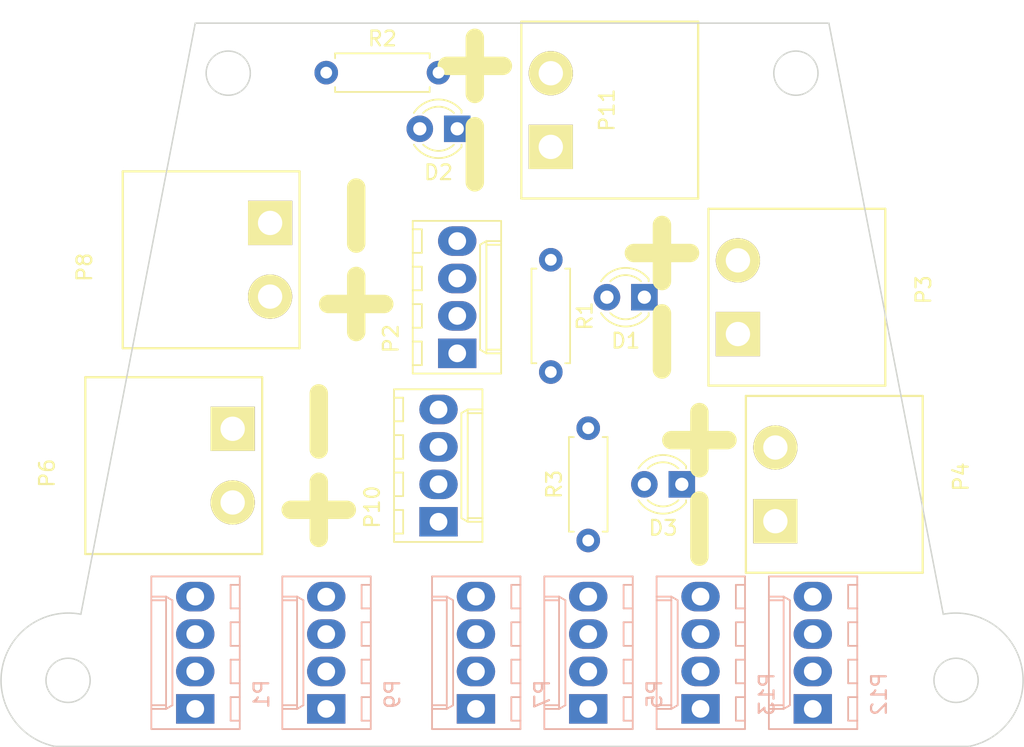
<source format=kicad_pcb>
(kicad_pcb (version 4) (host pcbnew 4.0.2-stable)

  (general
    (links 31)
    (no_connects 31)
    (area 113.74941 80.408997 183.252791 129.598203)
    (thickness 1.6)
    (drawings 10)
    (tracks 0)
    (zones 0)
    (modules 19)
    (nets 24)
  )

  (page A4)
  (layers
    (0 F.Cu signal)
    (31 B.Cu signal)
    (32 B.Adhes user)
    (33 F.Adhes user)
    (34 B.Paste user)
    (35 F.Paste user)
    (36 B.SilkS user)
    (37 F.SilkS user)
    (38 B.Mask user)
    (39 F.Mask user)
    (40 Dwgs.User user)
    (41 Cmts.User user)
    (42 Eco1.User user)
    (43 Eco2.User user)
    (44 Edge.Cuts user)
    (45 Margin user)
    (46 B.CrtYd user)
    (47 F.CrtYd user)
    (48 B.Fab user)
    (49 F.Fab user)
  )

  (setup
    (last_trace_width 0.25)
    (trace_clearance 0.2)
    (zone_clearance 0.508)
    (zone_45_only no)
    (trace_min 0.2)
    (segment_width 0.2)
    (edge_width 0.15)
    (via_size 0.6)
    (via_drill 0.4)
    (via_min_size 0.4)
    (via_min_drill 0.3)
    (uvia_size 0.3)
    (uvia_drill 0.1)
    (uvias_allowed no)
    (uvia_min_size 0.2)
    (uvia_min_drill 0.1)
    (pcb_text_width 0.3)
    (pcb_text_size 1.5 1.5)
    (mod_edge_width 0.15)
    (mod_text_size 1 1)
    (mod_text_width 0.15)
    (pad_size 1.524 1.524)
    (pad_drill 0.762)
    (pad_to_mask_clearance 0.2)
    (aux_axis_origin 0 0)
    (visible_elements 7FFFFFFF)
    (pcbplotparams
      (layerselection 0x00030_80000001)
      (usegerberextensions false)
      (excludeedgelayer true)
      (linewidth 0.100000)
      (plotframeref false)
      (viasonmask false)
      (mode 1)
      (useauxorigin false)
      (hpglpennumber 1)
      (hpglpenspeed 20)
      (hpglpendiameter 15)
      (hpglpenoverlay 2)
      (psnegative false)
      (psa4output false)
      (plotreference true)
      (plotvalue true)
      (plotinvisibletext false)
      (padsonsilk false)
      (subtractmaskfromsilk false)
      (outputformat 1)
      (mirror false)
      (drillshape 1)
      (scaleselection 1)
      (outputdirectory ""))
  )

  (net 0 "")
  (net 1 "Net-(D1-Pad1)")
  (net 2 "Net-(D1-Pad2)")
  (net 3 "Net-(D2-Pad1)")
  (net 4 "Net-(D2-Pad2)")
  (net 5 "Net-(P1-Pad1)")
  (net 6 "Net-(P1-Pad2)")
  (net 7 "Net-(P1-Pad3)")
  (net 8 "Net-(P1-Pad4)")
  (net 9 "Net-(P3-Pad2)")
  (net 10 "Net-(P5-Pad1)")
  (net 11 "Net-(P5-Pad2)")
  (net 12 "Net-(P5-Pad3)")
  (net 13 "Net-(P5-Pad4)")
  (net 14 "Net-(P11-Pad2)")
  (net 15 "Net-(P10-Pad1)")
  (net 16 "Net-(P10-Pad2)")
  (net 17 "Net-(P10-Pad3)")
  (net 18 "Net-(P10-Pad4)")
  (net 19 "Net-(P12-Pad1)")
  (net 20 "Net-(P12-Pad2)")
  (net 21 "Net-(P12-Pad3)")
  (net 22 "Net-(P12-Pad4)")
  (net 23 "Net-(D3-Pad2)")

  (net_class Default "This is the default net class."
    (clearance 0.2)
    (trace_width 0.25)
    (via_dia 0.6)
    (via_drill 0.4)
    (uvia_dia 0.3)
    (uvia_drill 0.1)
    (add_net "Net-(D1-Pad1)")
    (add_net "Net-(D1-Pad2)")
    (add_net "Net-(D2-Pad1)")
    (add_net "Net-(D2-Pad2)")
    (add_net "Net-(D3-Pad2)")
    (add_net "Net-(P1-Pad1)")
    (add_net "Net-(P1-Pad2)")
    (add_net "Net-(P1-Pad3)")
    (add_net "Net-(P1-Pad4)")
    (add_net "Net-(P10-Pad1)")
    (add_net "Net-(P10-Pad2)")
    (add_net "Net-(P10-Pad3)")
    (add_net "Net-(P10-Pad4)")
    (add_net "Net-(P11-Pad2)")
    (add_net "Net-(P12-Pad1)")
    (add_net "Net-(P12-Pad2)")
    (add_net "Net-(P12-Pad3)")
    (add_net "Net-(P12-Pad4)")
    (add_net "Net-(P3-Pad2)")
    (add_net "Net-(P5-Pad1)")
    (add_net "Net-(P5-Pad2)")
    (add_net "Net-(P5-Pad3)")
    (add_net "Net-(P5-Pad4)")
  )

  (module LEDs:LED_D3.0mm (layer F.Cu) (tedit 587A3A7B) (tstamp 59E09880)
    (at 157.48 99.06 180)
    (descr "LED, diameter 3.0mm, 2 pins")
    (tags "LED diameter 3.0mm 2 pins")
    (path /59E0909A)
    (fp_text reference D1 (at 1.27 -2.96 180) (layer F.SilkS)
      (effects (font (size 1 1) (thickness 0.15)))
    )
    (fp_text value LED (at 1.27 2.96 180) (layer F.Fab)
      (effects (font (size 1 1) (thickness 0.15)))
    )
    (fp_arc (start 1.27 0) (end -0.23 -1.16619) (angle 284.3) (layer F.Fab) (width 0.1))
    (fp_arc (start 1.27 0) (end -0.29 -1.235516) (angle 108.8) (layer F.SilkS) (width 0.12))
    (fp_arc (start 1.27 0) (end -0.29 1.235516) (angle -108.8) (layer F.SilkS) (width 0.12))
    (fp_arc (start 1.27 0) (end 0.229039 -1.08) (angle 87.9) (layer F.SilkS) (width 0.12))
    (fp_arc (start 1.27 0) (end 0.229039 1.08) (angle -87.9) (layer F.SilkS) (width 0.12))
    (fp_circle (center 1.27 0) (end 2.77 0) (layer F.Fab) (width 0.1))
    (fp_line (start -0.23 -1.16619) (end -0.23 1.16619) (layer F.Fab) (width 0.1))
    (fp_line (start -0.29 -1.236) (end -0.29 -1.08) (layer F.SilkS) (width 0.12))
    (fp_line (start -0.29 1.08) (end -0.29 1.236) (layer F.SilkS) (width 0.12))
    (fp_line (start -1.15 -2.25) (end -1.15 2.25) (layer F.CrtYd) (width 0.05))
    (fp_line (start -1.15 2.25) (end 3.7 2.25) (layer F.CrtYd) (width 0.05))
    (fp_line (start 3.7 2.25) (end 3.7 -2.25) (layer F.CrtYd) (width 0.05))
    (fp_line (start 3.7 -2.25) (end -1.15 -2.25) (layer F.CrtYd) (width 0.05))
    (pad 1 thru_hole rect (at 0 0 180) (size 1.8 1.8) (drill 0.9) (layers *.Cu *.Mask)
      (net 1 "Net-(D1-Pad1)"))
    (pad 2 thru_hole circle (at 2.54 0 180) (size 1.8 1.8) (drill 0.9) (layers *.Cu *.Mask)
      (net 2 "Net-(D1-Pad2)"))
    (model ${KISYS3DMOD}/LEDs.3dshapes/LED_D3.0mm.wrl
      (at (xyz 0 0 0))
      (scale (xyz 0.393701 0.393701 0.393701))
      (rotate (xyz 0 0 0))
    )
  )

  (module LEDs:LED_D3.0mm (layer F.Cu) (tedit 587A3A7B) (tstamp 59E09893)
    (at 144.78 87.63 180)
    (descr "LED, diameter 3.0mm, 2 pins")
    (tags "LED diameter 3.0mm 2 pins")
    (path /59E098E6)
    (fp_text reference D2 (at 1.27 -2.96 180) (layer F.SilkS)
      (effects (font (size 1 1) (thickness 0.15)))
    )
    (fp_text value LED (at 1.27 2.96 180) (layer F.Fab)
      (effects (font (size 1 1) (thickness 0.15)))
    )
    (fp_arc (start 1.27 0) (end -0.23 -1.16619) (angle 284.3) (layer F.Fab) (width 0.1))
    (fp_arc (start 1.27 0) (end -0.29 -1.235516) (angle 108.8) (layer F.SilkS) (width 0.12))
    (fp_arc (start 1.27 0) (end -0.29 1.235516) (angle -108.8) (layer F.SilkS) (width 0.12))
    (fp_arc (start 1.27 0) (end 0.229039 -1.08) (angle 87.9) (layer F.SilkS) (width 0.12))
    (fp_arc (start 1.27 0) (end 0.229039 1.08) (angle -87.9) (layer F.SilkS) (width 0.12))
    (fp_circle (center 1.27 0) (end 2.77 0) (layer F.Fab) (width 0.1))
    (fp_line (start -0.23 -1.16619) (end -0.23 1.16619) (layer F.Fab) (width 0.1))
    (fp_line (start -0.29 -1.236) (end -0.29 -1.08) (layer F.SilkS) (width 0.12))
    (fp_line (start -0.29 1.08) (end -0.29 1.236) (layer F.SilkS) (width 0.12))
    (fp_line (start -1.15 -2.25) (end -1.15 2.25) (layer F.CrtYd) (width 0.05))
    (fp_line (start -1.15 2.25) (end 3.7 2.25) (layer F.CrtYd) (width 0.05))
    (fp_line (start 3.7 2.25) (end 3.7 -2.25) (layer F.CrtYd) (width 0.05))
    (fp_line (start 3.7 -2.25) (end -1.15 -2.25) (layer F.CrtYd) (width 0.05))
    (pad 1 thru_hole rect (at 0 0 180) (size 1.8 1.8) (drill 0.9) (layers *.Cu *.Mask)
      (net 3 "Net-(D2-Pad1)"))
    (pad 2 thru_hole circle (at 2.54 0 180) (size 1.8 1.8) (drill 0.9) (layers *.Cu *.Mask)
      (net 4 "Net-(D2-Pad2)"))
    (model ${KISYS3DMOD}/LEDs.3dshapes/LED_D3.0mm.wrl
      (at (xyz 0 0 0))
      (scale (xyz 0.393701 0.393701 0.393701))
      (rotate (xyz 0 0 0))
    )
  )

  (module Connectors_Molex:Molex_KK-6410-04_04x2.54mm_Straight (layer B.Cu) (tedit 58EE6EE8) (tstamp 59E098BC)
    (at 127 127 90)
    (descr "Connector Headers with Friction Lock, 22-27-2041, http://www.molex.com/pdm_docs/sd/022272021_sd.pdf")
    (tags "connector molex kk_6410 22-27-2041")
    (path /59E07C82)
    (fp_text reference P1 (at 1 4.5 90) (layer B.SilkS)
      (effects (font (size 1 1) (thickness 0.15)) (justify mirror))
    )
    (fp_text value CONN_01X04 (at 3.81 -4.5 90) (layer B.Fab)
      (effects (font (size 1 1) (thickness 0.15)) (justify mirror))
    )
    (fp_line (start -1.47 3.12) (end -1.47 -3.08) (layer B.Fab) (width 0.12))
    (fp_line (start -1.47 -3.08) (end 9.09 -3.08) (layer B.Fab) (width 0.12))
    (fp_line (start 9.09 -3.08) (end 9.09 3.12) (layer B.Fab) (width 0.12))
    (fp_line (start 9.09 3.12) (end -1.47 3.12) (layer B.Fab) (width 0.12))
    (fp_line (start -1.37 3.02) (end -1.37 -2.98) (layer B.SilkS) (width 0.12))
    (fp_line (start -1.37 -2.98) (end 8.99 -2.98) (layer B.SilkS) (width 0.12))
    (fp_line (start 8.99 -2.98) (end 8.99 3.02) (layer B.SilkS) (width 0.12))
    (fp_line (start 8.99 3.02) (end -1.37 3.02) (layer B.SilkS) (width 0.12))
    (fp_line (start 0 -2.98) (end 0 -1.98) (layer B.SilkS) (width 0.12))
    (fp_line (start 0 -1.98) (end 7.62 -1.98) (layer B.SilkS) (width 0.12))
    (fp_line (start 7.62 -1.98) (end 7.62 -2.98) (layer B.SilkS) (width 0.12))
    (fp_line (start 0 -1.98) (end 0.25 -1.55) (layer B.SilkS) (width 0.12))
    (fp_line (start 0.25 -1.55) (end 7.37 -1.55) (layer B.SilkS) (width 0.12))
    (fp_line (start 7.37 -1.55) (end 7.62 -1.98) (layer B.SilkS) (width 0.12))
    (fp_line (start 0.25 -2.98) (end 0.25 -1.98) (layer B.SilkS) (width 0.12))
    (fp_line (start 7.37 -2.98) (end 7.37 -1.98) (layer B.SilkS) (width 0.12))
    (fp_line (start -0.8 3.02) (end -0.8 2.4) (layer B.SilkS) (width 0.12))
    (fp_line (start -0.8 2.4) (end 0.8 2.4) (layer B.SilkS) (width 0.12))
    (fp_line (start 0.8 2.4) (end 0.8 3.02) (layer B.SilkS) (width 0.12))
    (fp_line (start 1.74 3.02) (end 1.74 2.4) (layer B.SilkS) (width 0.12))
    (fp_line (start 1.74 2.4) (end 3.34 2.4) (layer B.SilkS) (width 0.12))
    (fp_line (start 3.34 2.4) (end 3.34 3.02) (layer B.SilkS) (width 0.12))
    (fp_line (start 4.28 3.02) (end 4.28 2.4) (layer B.SilkS) (width 0.12))
    (fp_line (start 4.28 2.4) (end 5.88 2.4) (layer B.SilkS) (width 0.12))
    (fp_line (start 5.88 2.4) (end 5.88 3.02) (layer B.SilkS) (width 0.12))
    (fp_line (start 6.82 3.02) (end 6.82 2.4) (layer B.SilkS) (width 0.12))
    (fp_line (start 6.82 2.4) (end 8.42 2.4) (layer B.SilkS) (width 0.12))
    (fp_line (start 8.42 2.4) (end 8.42 3.02) (layer B.SilkS) (width 0.12))
    (fp_line (start -1.9 -3.5) (end -1.9 3.55) (layer B.CrtYd) (width 0.05))
    (fp_line (start -1.9 3.55) (end 9.5 3.55) (layer B.CrtYd) (width 0.05))
    (fp_line (start 9.5 3.55) (end 9.5 -3.5) (layer B.CrtYd) (width 0.05))
    (fp_line (start 9.5 -3.5) (end -1.9 -3.5) (layer B.CrtYd) (width 0.05))
    (fp_text user %R (at 3.81 0 90) (layer B.Fab)
      (effects (font (size 1 1) (thickness 0.15)) (justify mirror))
    )
    (pad 1 thru_hole rect (at 0 0 90) (size 2 2.6) (drill 1.2) (layers *.Cu *.Mask)
      (net 5 "Net-(P1-Pad1)"))
    (pad 2 thru_hole oval (at 2.54 0 90) (size 2 2.6) (drill 1.2) (layers *.Cu *.Mask)
      (net 6 "Net-(P1-Pad2)"))
    (pad 3 thru_hole oval (at 5.08 0 90) (size 2 2.6) (drill 1.2) (layers *.Cu *.Mask)
      (net 7 "Net-(P1-Pad3)"))
    (pad 4 thru_hole oval (at 7.62 0 90) (size 2 2.6) (drill 1.2) (layers *.Cu *.Mask)
      (net 8 "Net-(P1-Pad4)"))
    (model ${KISYS3DMOD}/Connectors_Molex.3dshapes/Molex_KK-6410-04_04x2.54mm_Straight.wrl
      (at (xyz 0 0 0))
      (scale (xyz 1 1 1))
      (rotate (xyz 0 0 0))
    )
  )

  (module Connectors_Molex:Molex_KK-6410-04_04x2.54mm_Straight (layer F.Cu) (tedit 58EE6EE8) (tstamp 59E098E5)
    (at 144.78 102.87 90)
    (descr "Connector Headers with Friction Lock, 22-27-2041, http://www.molex.com/pdm_docs/sd/022272021_sd.pdf")
    (tags "connector molex kk_6410 22-27-2041")
    (path /59E07D10)
    (fp_text reference P2 (at 1 -4.5 90) (layer F.SilkS)
      (effects (font (size 1 1) (thickness 0.15)))
    )
    (fp_text value CONN_01X04 (at 3.81 4.5 90) (layer F.Fab)
      (effects (font (size 1 1) (thickness 0.15)))
    )
    (fp_line (start -1.47 -3.12) (end -1.47 3.08) (layer F.Fab) (width 0.12))
    (fp_line (start -1.47 3.08) (end 9.09 3.08) (layer F.Fab) (width 0.12))
    (fp_line (start 9.09 3.08) (end 9.09 -3.12) (layer F.Fab) (width 0.12))
    (fp_line (start 9.09 -3.12) (end -1.47 -3.12) (layer F.Fab) (width 0.12))
    (fp_line (start -1.37 -3.02) (end -1.37 2.98) (layer F.SilkS) (width 0.12))
    (fp_line (start -1.37 2.98) (end 8.99 2.98) (layer F.SilkS) (width 0.12))
    (fp_line (start 8.99 2.98) (end 8.99 -3.02) (layer F.SilkS) (width 0.12))
    (fp_line (start 8.99 -3.02) (end -1.37 -3.02) (layer F.SilkS) (width 0.12))
    (fp_line (start 0 2.98) (end 0 1.98) (layer F.SilkS) (width 0.12))
    (fp_line (start 0 1.98) (end 7.62 1.98) (layer F.SilkS) (width 0.12))
    (fp_line (start 7.62 1.98) (end 7.62 2.98) (layer F.SilkS) (width 0.12))
    (fp_line (start 0 1.98) (end 0.25 1.55) (layer F.SilkS) (width 0.12))
    (fp_line (start 0.25 1.55) (end 7.37 1.55) (layer F.SilkS) (width 0.12))
    (fp_line (start 7.37 1.55) (end 7.62 1.98) (layer F.SilkS) (width 0.12))
    (fp_line (start 0.25 2.98) (end 0.25 1.98) (layer F.SilkS) (width 0.12))
    (fp_line (start 7.37 2.98) (end 7.37 1.98) (layer F.SilkS) (width 0.12))
    (fp_line (start -0.8 -3.02) (end -0.8 -2.4) (layer F.SilkS) (width 0.12))
    (fp_line (start -0.8 -2.4) (end 0.8 -2.4) (layer F.SilkS) (width 0.12))
    (fp_line (start 0.8 -2.4) (end 0.8 -3.02) (layer F.SilkS) (width 0.12))
    (fp_line (start 1.74 -3.02) (end 1.74 -2.4) (layer F.SilkS) (width 0.12))
    (fp_line (start 1.74 -2.4) (end 3.34 -2.4) (layer F.SilkS) (width 0.12))
    (fp_line (start 3.34 -2.4) (end 3.34 -3.02) (layer F.SilkS) (width 0.12))
    (fp_line (start 4.28 -3.02) (end 4.28 -2.4) (layer F.SilkS) (width 0.12))
    (fp_line (start 4.28 -2.4) (end 5.88 -2.4) (layer F.SilkS) (width 0.12))
    (fp_line (start 5.88 -2.4) (end 5.88 -3.02) (layer F.SilkS) (width 0.12))
    (fp_line (start 6.82 -3.02) (end 6.82 -2.4) (layer F.SilkS) (width 0.12))
    (fp_line (start 6.82 -2.4) (end 8.42 -2.4) (layer F.SilkS) (width 0.12))
    (fp_line (start 8.42 -2.4) (end 8.42 -3.02) (layer F.SilkS) (width 0.12))
    (fp_line (start -1.9 3.5) (end -1.9 -3.55) (layer F.CrtYd) (width 0.05))
    (fp_line (start -1.9 -3.55) (end 9.5 -3.55) (layer F.CrtYd) (width 0.05))
    (fp_line (start 9.5 -3.55) (end 9.5 3.5) (layer F.CrtYd) (width 0.05))
    (fp_line (start 9.5 3.5) (end -1.9 3.5) (layer F.CrtYd) (width 0.05))
    (fp_text user %R (at 3.81 0 90) (layer F.Fab)
      (effects (font (size 1 1) (thickness 0.15)))
    )
    (pad 1 thru_hole rect (at 0 0 90) (size 2 2.6) (drill 1.2) (layers *.Cu *.Mask)
      (net 5 "Net-(P1-Pad1)"))
    (pad 2 thru_hole oval (at 2.54 0 90) (size 2 2.6) (drill 1.2) (layers *.Cu *.Mask)
      (net 6 "Net-(P1-Pad2)"))
    (pad 3 thru_hole oval (at 5.08 0 90) (size 2 2.6) (drill 1.2) (layers *.Cu *.Mask)
      (net 7 "Net-(P1-Pad3)"))
    (pad 4 thru_hole oval (at 7.62 0 90) (size 2 2.6) (drill 1.2) (layers *.Cu *.Mask)
      (net 8 "Net-(P1-Pad4)"))
    (model ${KISYS3DMOD}/Connectors_Molex.3dshapes/Molex_KK-6410-04_04x2.54mm_Straight.wrl
      (at (xyz 0 0 0))
      (scale (xyz 1 1 1))
      (rotate (xyz 0 0 0))
    )
  )

  (module Connectors_Molex:Molex_KK-6410-04_04x2.54mm_Straight (layer B.Cu) (tedit 58EE6EE8) (tstamp 59E09922)
    (at 153.67 127 90)
    (descr "Connector Headers with Friction Lock, 22-27-2041, http://www.molex.com/pdm_docs/sd/022272021_sd.pdf")
    (tags "connector molex kk_6410 22-27-2041")
    (path /59E081DD)
    (fp_text reference P5 (at 1 4.5 90) (layer B.SilkS)
      (effects (font (size 1 1) (thickness 0.15)) (justify mirror))
    )
    (fp_text value CONN_01X04 (at 3.81 -4.5 90) (layer B.Fab)
      (effects (font (size 1 1) (thickness 0.15)) (justify mirror))
    )
    (fp_line (start -1.47 3.12) (end -1.47 -3.08) (layer B.Fab) (width 0.12))
    (fp_line (start -1.47 -3.08) (end 9.09 -3.08) (layer B.Fab) (width 0.12))
    (fp_line (start 9.09 -3.08) (end 9.09 3.12) (layer B.Fab) (width 0.12))
    (fp_line (start 9.09 3.12) (end -1.47 3.12) (layer B.Fab) (width 0.12))
    (fp_line (start -1.37 3.02) (end -1.37 -2.98) (layer B.SilkS) (width 0.12))
    (fp_line (start -1.37 -2.98) (end 8.99 -2.98) (layer B.SilkS) (width 0.12))
    (fp_line (start 8.99 -2.98) (end 8.99 3.02) (layer B.SilkS) (width 0.12))
    (fp_line (start 8.99 3.02) (end -1.37 3.02) (layer B.SilkS) (width 0.12))
    (fp_line (start 0 -2.98) (end 0 -1.98) (layer B.SilkS) (width 0.12))
    (fp_line (start 0 -1.98) (end 7.62 -1.98) (layer B.SilkS) (width 0.12))
    (fp_line (start 7.62 -1.98) (end 7.62 -2.98) (layer B.SilkS) (width 0.12))
    (fp_line (start 0 -1.98) (end 0.25 -1.55) (layer B.SilkS) (width 0.12))
    (fp_line (start 0.25 -1.55) (end 7.37 -1.55) (layer B.SilkS) (width 0.12))
    (fp_line (start 7.37 -1.55) (end 7.62 -1.98) (layer B.SilkS) (width 0.12))
    (fp_line (start 0.25 -2.98) (end 0.25 -1.98) (layer B.SilkS) (width 0.12))
    (fp_line (start 7.37 -2.98) (end 7.37 -1.98) (layer B.SilkS) (width 0.12))
    (fp_line (start -0.8 3.02) (end -0.8 2.4) (layer B.SilkS) (width 0.12))
    (fp_line (start -0.8 2.4) (end 0.8 2.4) (layer B.SilkS) (width 0.12))
    (fp_line (start 0.8 2.4) (end 0.8 3.02) (layer B.SilkS) (width 0.12))
    (fp_line (start 1.74 3.02) (end 1.74 2.4) (layer B.SilkS) (width 0.12))
    (fp_line (start 1.74 2.4) (end 3.34 2.4) (layer B.SilkS) (width 0.12))
    (fp_line (start 3.34 2.4) (end 3.34 3.02) (layer B.SilkS) (width 0.12))
    (fp_line (start 4.28 3.02) (end 4.28 2.4) (layer B.SilkS) (width 0.12))
    (fp_line (start 4.28 2.4) (end 5.88 2.4) (layer B.SilkS) (width 0.12))
    (fp_line (start 5.88 2.4) (end 5.88 3.02) (layer B.SilkS) (width 0.12))
    (fp_line (start 6.82 3.02) (end 6.82 2.4) (layer B.SilkS) (width 0.12))
    (fp_line (start 6.82 2.4) (end 8.42 2.4) (layer B.SilkS) (width 0.12))
    (fp_line (start 8.42 2.4) (end 8.42 3.02) (layer B.SilkS) (width 0.12))
    (fp_line (start -1.9 -3.5) (end -1.9 3.55) (layer B.CrtYd) (width 0.05))
    (fp_line (start -1.9 3.55) (end 9.5 3.55) (layer B.CrtYd) (width 0.05))
    (fp_line (start 9.5 3.55) (end 9.5 -3.5) (layer B.CrtYd) (width 0.05))
    (fp_line (start 9.5 -3.5) (end -1.9 -3.5) (layer B.CrtYd) (width 0.05))
    (fp_text user %R (at 3.81 0 90) (layer B.Fab)
      (effects (font (size 1 1) (thickness 0.15)) (justify mirror))
    )
    (pad 1 thru_hole rect (at 0 0 90) (size 2 2.6) (drill 1.2) (layers *.Cu *.Mask)
      (net 10 "Net-(P5-Pad1)"))
    (pad 2 thru_hole oval (at 2.54 0 90) (size 2 2.6) (drill 1.2) (layers *.Cu *.Mask)
      (net 11 "Net-(P5-Pad2)"))
    (pad 3 thru_hole oval (at 5.08 0 90) (size 2 2.6) (drill 1.2) (layers *.Cu *.Mask)
      (net 12 "Net-(P5-Pad3)"))
    (pad 4 thru_hole oval (at 7.62 0 90) (size 2 2.6) (drill 1.2) (layers *.Cu *.Mask)
      (net 13 "Net-(P5-Pad4)"))
    (model ${KISYS3DMOD}/Connectors_Molex.3dshapes/Molex_KK-6410-04_04x2.54mm_Straight.wrl
      (at (xyz 0 0 0))
      (scale (xyz 1 1 1))
      (rotate (xyz 0 0 0))
    )
  )

  (module Connectors_Molex:Molex_KK-6410-04_04x2.54mm_Straight (layer B.Cu) (tedit 58EE6EE8) (tstamp 59E09955)
    (at 146.05 127 90)
    (descr "Connector Headers with Friction Lock, 22-27-2041, http://www.molex.com/pdm_docs/sd/022272021_sd.pdf")
    (tags "connector molex kk_6410 22-27-2041")
    (path /59E081E3)
    (fp_text reference P7 (at 1 4.5 90) (layer B.SilkS)
      (effects (font (size 1 1) (thickness 0.15)) (justify mirror))
    )
    (fp_text value CONN_01X04 (at 3.81 -4.5 90) (layer B.Fab)
      (effects (font (size 1 1) (thickness 0.15)) (justify mirror))
    )
    (fp_line (start -1.47 3.12) (end -1.47 -3.08) (layer B.Fab) (width 0.12))
    (fp_line (start -1.47 -3.08) (end 9.09 -3.08) (layer B.Fab) (width 0.12))
    (fp_line (start 9.09 -3.08) (end 9.09 3.12) (layer B.Fab) (width 0.12))
    (fp_line (start 9.09 3.12) (end -1.47 3.12) (layer B.Fab) (width 0.12))
    (fp_line (start -1.37 3.02) (end -1.37 -2.98) (layer B.SilkS) (width 0.12))
    (fp_line (start -1.37 -2.98) (end 8.99 -2.98) (layer B.SilkS) (width 0.12))
    (fp_line (start 8.99 -2.98) (end 8.99 3.02) (layer B.SilkS) (width 0.12))
    (fp_line (start 8.99 3.02) (end -1.37 3.02) (layer B.SilkS) (width 0.12))
    (fp_line (start 0 -2.98) (end 0 -1.98) (layer B.SilkS) (width 0.12))
    (fp_line (start 0 -1.98) (end 7.62 -1.98) (layer B.SilkS) (width 0.12))
    (fp_line (start 7.62 -1.98) (end 7.62 -2.98) (layer B.SilkS) (width 0.12))
    (fp_line (start 0 -1.98) (end 0.25 -1.55) (layer B.SilkS) (width 0.12))
    (fp_line (start 0.25 -1.55) (end 7.37 -1.55) (layer B.SilkS) (width 0.12))
    (fp_line (start 7.37 -1.55) (end 7.62 -1.98) (layer B.SilkS) (width 0.12))
    (fp_line (start 0.25 -2.98) (end 0.25 -1.98) (layer B.SilkS) (width 0.12))
    (fp_line (start 7.37 -2.98) (end 7.37 -1.98) (layer B.SilkS) (width 0.12))
    (fp_line (start -0.8 3.02) (end -0.8 2.4) (layer B.SilkS) (width 0.12))
    (fp_line (start -0.8 2.4) (end 0.8 2.4) (layer B.SilkS) (width 0.12))
    (fp_line (start 0.8 2.4) (end 0.8 3.02) (layer B.SilkS) (width 0.12))
    (fp_line (start 1.74 3.02) (end 1.74 2.4) (layer B.SilkS) (width 0.12))
    (fp_line (start 1.74 2.4) (end 3.34 2.4) (layer B.SilkS) (width 0.12))
    (fp_line (start 3.34 2.4) (end 3.34 3.02) (layer B.SilkS) (width 0.12))
    (fp_line (start 4.28 3.02) (end 4.28 2.4) (layer B.SilkS) (width 0.12))
    (fp_line (start 4.28 2.4) (end 5.88 2.4) (layer B.SilkS) (width 0.12))
    (fp_line (start 5.88 2.4) (end 5.88 3.02) (layer B.SilkS) (width 0.12))
    (fp_line (start 6.82 3.02) (end 6.82 2.4) (layer B.SilkS) (width 0.12))
    (fp_line (start 6.82 2.4) (end 8.42 2.4) (layer B.SilkS) (width 0.12))
    (fp_line (start 8.42 2.4) (end 8.42 3.02) (layer B.SilkS) (width 0.12))
    (fp_line (start -1.9 -3.5) (end -1.9 3.55) (layer B.CrtYd) (width 0.05))
    (fp_line (start -1.9 3.55) (end 9.5 3.55) (layer B.CrtYd) (width 0.05))
    (fp_line (start 9.5 3.55) (end 9.5 -3.5) (layer B.CrtYd) (width 0.05))
    (fp_line (start 9.5 -3.5) (end -1.9 -3.5) (layer B.CrtYd) (width 0.05))
    (fp_text user %R (at 3.81 0 90) (layer B.Fab)
      (effects (font (size 1 1) (thickness 0.15)) (justify mirror))
    )
    (pad 1 thru_hole rect (at 0 0 90) (size 2 2.6) (drill 1.2) (layers *.Cu *.Mask)
      (net 10 "Net-(P5-Pad1)"))
    (pad 2 thru_hole oval (at 2.54 0 90) (size 2 2.6) (drill 1.2) (layers *.Cu *.Mask)
      (net 11 "Net-(P5-Pad2)"))
    (pad 3 thru_hole oval (at 5.08 0 90) (size 2 2.6) (drill 1.2) (layers *.Cu *.Mask)
      (net 12 "Net-(P5-Pad3)"))
    (pad 4 thru_hole oval (at 7.62 0 90) (size 2 2.6) (drill 1.2) (layers *.Cu *.Mask)
      (net 13 "Net-(P5-Pad4)"))
    (model ${KISYS3DMOD}/Connectors_Molex.3dshapes/Molex_KK-6410-04_04x2.54mm_Straight.wrl
      (at (xyz 0 0 0))
      (scale (xyz 1 1 1))
      (rotate (xyz 0 0 0))
    )
  )

  (module Connectors_Molex:Molex_KK-6410-04_04x2.54mm_Straight (layer B.Cu) (tedit 59E09D8F) (tstamp 59E09988)
    (at 135.89 127 90)
    (descr "Connector Headers with Friction Lock, 22-27-2041, http://www.molex.com/pdm_docs/sd/022272021_sd.pdf")
    (tags "connector molex kk_6410 22-27-2041")
    (path /59E08812)
    (fp_text reference P9 (at 1 4.5 90) (layer B.SilkS)
      (effects (font (size 1 1) (thickness 0.15)) (justify mirror))
    )
    (fp_text value CONN_01X04 (at 3.81 -4.5 90) (layer B.Fab)
      (effects (font (size 1 1) (thickness 0.15)) (justify mirror))
    )
    (fp_line (start -1.47 3.12) (end -1.47 -3.08) (layer B.Fab) (width 0.12))
    (fp_line (start -1.47 -3.08) (end 9.09 -3.08) (layer B.Fab) (width 0.12))
    (fp_line (start 9.09 -3.08) (end 9.09 3.12) (layer B.Fab) (width 0.12))
    (fp_line (start 9.09 3.12) (end -1.47 3.12) (layer B.Fab) (width 0.12))
    (fp_line (start -1.37 3.02) (end -1.37 -2.98) (layer B.SilkS) (width 0.12))
    (fp_line (start -1.37 -2.98) (end 8.99 -2.98) (layer B.SilkS) (width 0.12))
    (fp_line (start 8.99 -2.98) (end 8.99 3.02) (layer B.SilkS) (width 0.12))
    (fp_line (start 8.99 3.02) (end -1.37 3.02) (layer B.SilkS) (width 0.12))
    (fp_line (start 0 -2.98) (end 0 -1.98) (layer B.SilkS) (width 0.12))
    (fp_line (start 0 -1.98) (end 7.62 -1.98) (layer B.SilkS) (width 0.12))
    (fp_line (start 7.62 -1.98) (end 7.62 -2.98) (layer B.SilkS) (width 0.12))
    (fp_line (start 0 -1.98) (end 0.25 -1.55) (layer B.SilkS) (width 0.12))
    (fp_line (start 0.25 -1.55) (end 7.37 -1.55) (layer B.SilkS) (width 0.12))
    (fp_line (start 7.37 -1.55) (end 7.62 -1.98) (layer B.SilkS) (width 0.12))
    (fp_line (start 0.25 -2.98) (end 0.25 -1.98) (layer B.SilkS) (width 0.12))
    (fp_line (start 7.37 -2.98) (end 7.37 -1.98) (layer B.SilkS) (width 0.12))
    (fp_line (start -0.8 3.02) (end -0.8 2.4) (layer B.SilkS) (width 0.12))
    (fp_line (start -0.8 2.4) (end 0.8 2.4) (layer B.SilkS) (width 0.12))
    (fp_line (start 0.8 2.4) (end 0.8 3.02) (layer B.SilkS) (width 0.12))
    (fp_line (start 1.74 3.02) (end 1.74 2.4) (layer B.SilkS) (width 0.12))
    (fp_line (start 1.74 2.4) (end 3.34 2.4) (layer B.SilkS) (width 0.12))
    (fp_line (start 3.34 2.4) (end 3.34 3.02) (layer B.SilkS) (width 0.12))
    (fp_line (start 4.28 3.02) (end 4.28 2.4) (layer B.SilkS) (width 0.12))
    (fp_line (start 4.28 2.4) (end 5.88 2.4) (layer B.SilkS) (width 0.12))
    (fp_line (start 5.88 2.4) (end 5.88 3.02) (layer B.SilkS) (width 0.12))
    (fp_line (start 6.82 3.02) (end 6.82 2.4) (layer B.SilkS) (width 0.12))
    (fp_line (start 6.82 2.4) (end 8.42 2.4) (layer B.SilkS) (width 0.12))
    (fp_line (start 8.42 2.4) (end 8.42 3.02) (layer B.SilkS) (width 0.12))
    (fp_line (start -1.9 -3.5) (end -1.9 3.55) (layer B.CrtYd) (width 0.05))
    (fp_line (start -1.9 3.55) (end 9.5 3.55) (layer B.CrtYd) (width 0.05))
    (fp_line (start 9.5 3.55) (end 9.5 -3.5) (layer B.CrtYd) (width 0.05))
    (fp_line (start 9.5 -3.5) (end -1.9 -3.5) (layer B.CrtYd) (width 0.05))
    (fp_text user %R (at 3.81 0 90) (layer B.Fab)
      (effects (font (size 1 1) (thickness 0.15)) (justify mirror))
    )
    (pad 1 thru_hole rect (at 0 0 90) (size 2 2.6) (drill 1.2) (layers *.Cu *.Mask)
      (net 15 "Net-(P10-Pad1)"))
    (pad 2 thru_hole oval (at 2.54 0 90) (size 2 2.6) (drill 1.2) (layers *.Cu *.Mask)
      (net 16 "Net-(P10-Pad2)"))
    (pad 3 thru_hole oval (at 5.08 0 90) (size 2 2.6) (drill 1.2) (layers *.Cu *.Mask)
      (net 17 "Net-(P10-Pad3)"))
    (pad 4 thru_hole oval (at 7.62 0 90) (size 2 2.6) (drill 1.2) (layers *.Cu *.Mask)
      (net 18 "Net-(P10-Pad4)"))
    (model ${KISYS3DMOD}/Connectors_Molex.3dshapes/Molex_KK-6410-04_04x2.54mm_Straight.wrl
      (at (xyz 0 0 0))
      (scale (xyz 1 1 1))
      (rotate (xyz 0 0 0))
    )
  )

  (module Connectors_Molex:Molex_KK-6410-04_04x2.54mm_Straight (layer F.Cu) (tedit 58EE6EE8) (tstamp 59E099B1)
    (at 143.51 114.3 90)
    (descr "Connector Headers with Friction Lock, 22-27-2041, http://www.molex.com/pdm_docs/sd/022272021_sd.pdf")
    (tags "connector molex kk_6410 22-27-2041")
    (path /59E08818)
    (fp_text reference P10 (at 1 -4.5 90) (layer F.SilkS)
      (effects (font (size 1 1) (thickness 0.15)))
    )
    (fp_text value CONN_01X04 (at 3.81 4.5 90) (layer F.Fab)
      (effects (font (size 1 1) (thickness 0.15)))
    )
    (fp_line (start -1.47 -3.12) (end -1.47 3.08) (layer F.Fab) (width 0.12))
    (fp_line (start -1.47 3.08) (end 9.09 3.08) (layer F.Fab) (width 0.12))
    (fp_line (start 9.09 3.08) (end 9.09 -3.12) (layer F.Fab) (width 0.12))
    (fp_line (start 9.09 -3.12) (end -1.47 -3.12) (layer F.Fab) (width 0.12))
    (fp_line (start -1.37 -3.02) (end -1.37 2.98) (layer F.SilkS) (width 0.12))
    (fp_line (start -1.37 2.98) (end 8.99 2.98) (layer F.SilkS) (width 0.12))
    (fp_line (start 8.99 2.98) (end 8.99 -3.02) (layer F.SilkS) (width 0.12))
    (fp_line (start 8.99 -3.02) (end -1.37 -3.02) (layer F.SilkS) (width 0.12))
    (fp_line (start 0 2.98) (end 0 1.98) (layer F.SilkS) (width 0.12))
    (fp_line (start 0 1.98) (end 7.62 1.98) (layer F.SilkS) (width 0.12))
    (fp_line (start 7.62 1.98) (end 7.62 2.98) (layer F.SilkS) (width 0.12))
    (fp_line (start 0 1.98) (end 0.25 1.55) (layer F.SilkS) (width 0.12))
    (fp_line (start 0.25 1.55) (end 7.37 1.55) (layer F.SilkS) (width 0.12))
    (fp_line (start 7.37 1.55) (end 7.62 1.98) (layer F.SilkS) (width 0.12))
    (fp_line (start 0.25 2.98) (end 0.25 1.98) (layer F.SilkS) (width 0.12))
    (fp_line (start 7.37 2.98) (end 7.37 1.98) (layer F.SilkS) (width 0.12))
    (fp_line (start -0.8 -3.02) (end -0.8 -2.4) (layer F.SilkS) (width 0.12))
    (fp_line (start -0.8 -2.4) (end 0.8 -2.4) (layer F.SilkS) (width 0.12))
    (fp_line (start 0.8 -2.4) (end 0.8 -3.02) (layer F.SilkS) (width 0.12))
    (fp_line (start 1.74 -3.02) (end 1.74 -2.4) (layer F.SilkS) (width 0.12))
    (fp_line (start 1.74 -2.4) (end 3.34 -2.4) (layer F.SilkS) (width 0.12))
    (fp_line (start 3.34 -2.4) (end 3.34 -3.02) (layer F.SilkS) (width 0.12))
    (fp_line (start 4.28 -3.02) (end 4.28 -2.4) (layer F.SilkS) (width 0.12))
    (fp_line (start 4.28 -2.4) (end 5.88 -2.4) (layer F.SilkS) (width 0.12))
    (fp_line (start 5.88 -2.4) (end 5.88 -3.02) (layer F.SilkS) (width 0.12))
    (fp_line (start 6.82 -3.02) (end 6.82 -2.4) (layer F.SilkS) (width 0.12))
    (fp_line (start 6.82 -2.4) (end 8.42 -2.4) (layer F.SilkS) (width 0.12))
    (fp_line (start 8.42 -2.4) (end 8.42 -3.02) (layer F.SilkS) (width 0.12))
    (fp_line (start -1.9 3.5) (end -1.9 -3.55) (layer F.CrtYd) (width 0.05))
    (fp_line (start -1.9 -3.55) (end 9.5 -3.55) (layer F.CrtYd) (width 0.05))
    (fp_line (start 9.5 -3.55) (end 9.5 3.5) (layer F.CrtYd) (width 0.05))
    (fp_line (start 9.5 3.5) (end -1.9 3.5) (layer F.CrtYd) (width 0.05))
    (fp_text user %R (at 3.81 0 90) (layer F.Fab)
      (effects (font (size 1 1) (thickness 0.15)))
    )
    (pad 1 thru_hole rect (at 0 0 90) (size 2 2.6) (drill 1.2) (layers *.Cu *.Mask)
      (net 15 "Net-(P10-Pad1)"))
    (pad 2 thru_hole oval (at 2.54 0 90) (size 2 2.6) (drill 1.2) (layers *.Cu *.Mask)
      (net 16 "Net-(P10-Pad2)"))
    (pad 3 thru_hole oval (at 5.08 0 90) (size 2 2.6) (drill 1.2) (layers *.Cu *.Mask)
      (net 17 "Net-(P10-Pad3)"))
    (pad 4 thru_hole oval (at 7.62 0 90) (size 2 2.6) (drill 1.2) (layers *.Cu *.Mask)
      (net 18 "Net-(P10-Pad4)"))
    (model ${KISYS3DMOD}/Connectors_Molex.3dshapes/Molex_KK-6410-04_04x2.54mm_Straight.wrl
      (at (xyz 0 0 0))
      (scale (xyz 1 1 1))
      (rotate (xyz 0 0 0))
    )
  )

  (module Connectors_Molex:Molex_KK-6410-04_04x2.54mm_Straight (layer B.Cu) (tedit 58EE6EE8) (tstamp 59E099E4)
    (at 168.91 127 90)
    (descr "Connector Headers with Friction Lock, 22-27-2041, http://www.molex.com/pdm_docs/sd/022272021_sd.pdf")
    (tags "connector molex kk_6410 22-27-2041")
    (path /59E08822)
    (fp_text reference P12 (at 1 4.5 90) (layer B.SilkS)
      (effects (font (size 1 1) (thickness 0.15)) (justify mirror))
    )
    (fp_text value CONN_01X04 (at 3.81 -4.5 90) (layer B.Fab)
      (effects (font (size 1 1) (thickness 0.15)) (justify mirror))
    )
    (fp_line (start -1.47 3.12) (end -1.47 -3.08) (layer B.Fab) (width 0.12))
    (fp_line (start -1.47 -3.08) (end 9.09 -3.08) (layer B.Fab) (width 0.12))
    (fp_line (start 9.09 -3.08) (end 9.09 3.12) (layer B.Fab) (width 0.12))
    (fp_line (start 9.09 3.12) (end -1.47 3.12) (layer B.Fab) (width 0.12))
    (fp_line (start -1.37 3.02) (end -1.37 -2.98) (layer B.SilkS) (width 0.12))
    (fp_line (start -1.37 -2.98) (end 8.99 -2.98) (layer B.SilkS) (width 0.12))
    (fp_line (start 8.99 -2.98) (end 8.99 3.02) (layer B.SilkS) (width 0.12))
    (fp_line (start 8.99 3.02) (end -1.37 3.02) (layer B.SilkS) (width 0.12))
    (fp_line (start 0 -2.98) (end 0 -1.98) (layer B.SilkS) (width 0.12))
    (fp_line (start 0 -1.98) (end 7.62 -1.98) (layer B.SilkS) (width 0.12))
    (fp_line (start 7.62 -1.98) (end 7.62 -2.98) (layer B.SilkS) (width 0.12))
    (fp_line (start 0 -1.98) (end 0.25 -1.55) (layer B.SilkS) (width 0.12))
    (fp_line (start 0.25 -1.55) (end 7.37 -1.55) (layer B.SilkS) (width 0.12))
    (fp_line (start 7.37 -1.55) (end 7.62 -1.98) (layer B.SilkS) (width 0.12))
    (fp_line (start 0.25 -2.98) (end 0.25 -1.98) (layer B.SilkS) (width 0.12))
    (fp_line (start 7.37 -2.98) (end 7.37 -1.98) (layer B.SilkS) (width 0.12))
    (fp_line (start -0.8 3.02) (end -0.8 2.4) (layer B.SilkS) (width 0.12))
    (fp_line (start -0.8 2.4) (end 0.8 2.4) (layer B.SilkS) (width 0.12))
    (fp_line (start 0.8 2.4) (end 0.8 3.02) (layer B.SilkS) (width 0.12))
    (fp_line (start 1.74 3.02) (end 1.74 2.4) (layer B.SilkS) (width 0.12))
    (fp_line (start 1.74 2.4) (end 3.34 2.4) (layer B.SilkS) (width 0.12))
    (fp_line (start 3.34 2.4) (end 3.34 3.02) (layer B.SilkS) (width 0.12))
    (fp_line (start 4.28 3.02) (end 4.28 2.4) (layer B.SilkS) (width 0.12))
    (fp_line (start 4.28 2.4) (end 5.88 2.4) (layer B.SilkS) (width 0.12))
    (fp_line (start 5.88 2.4) (end 5.88 3.02) (layer B.SilkS) (width 0.12))
    (fp_line (start 6.82 3.02) (end 6.82 2.4) (layer B.SilkS) (width 0.12))
    (fp_line (start 6.82 2.4) (end 8.42 2.4) (layer B.SilkS) (width 0.12))
    (fp_line (start 8.42 2.4) (end 8.42 3.02) (layer B.SilkS) (width 0.12))
    (fp_line (start -1.9 -3.5) (end -1.9 3.55) (layer B.CrtYd) (width 0.05))
    (fp_line (start -1.9 3.55) (end 9.5 3.55) (layer B.CrtYd) (width 0.05))
    (fp_line (start 9.5 3.55) (end 9.5 -3.5) (layer B.CrtYd) (width 0.05))
    (fp_line (start 9.5 -3.5) (end -1.9 -3.5) (layer B.CrtYd) (width 0.05))
    (fp_text user %R (at 3.81 0 90) (layer B.Fab)
      (effects (font (size 1 1) (thickness 0.15)) (justify mirror))
    )
    (pad 1 thru_hole rect (at 0 0 90) (size 2 2.6) (drill 1.2) (layers *.Cu *.Mask)
      (net 19 "Net-(P12-Pad1)"))
    (pad 2 thru_hole oval (at 2.54 0 90) (size 2 2.6) (drill 1.2) (layers *.Cu *.Mask)
      (net 20 "Net-(P12-Pad2)"))
    (pad 3 thru_hole oval (at 5.08 0 90) (size 2 2.6) (drill 1.2) (layers *.Cu *.Mask)
      (net 21 "Net-(P12-Pad3)"))
    (pad 4 thru_hole oval (at 7.62 0 90) (size 2 2.6) (drill 1.2) (layers *.Cu *.Mask)
      (net 22 "Net-(P12-Pad4)"))
    (model ${KISYS3DMOD}/Connectors_Molex.3dshapes/Molex_KK-6410-04_04x2.54mm_Straight.wrl
      (at (xyz 0 0 0))
      (scale (xyz 1 1 1))
      (rotate (xyz 0 0 0))
    )
  )

  (module Connectors_Molex:Molex_KK-6410-04_04x2.54mm_Straight (layer B.Cu) (tedit 58EE6EE8) (tstamp 59E09A0D)
    (at 161.29 127 90)
    (descr "Connector Headers with Friction Lock, 22-27-2041, http://www.molex.com/pdm_docs/sd/022272021_sd.pdf")
    (tags "connector molex kk_6410 22-27-2041")
    (path /59E08828)
    (fp_text reference P13 (at 1 4.5 90) (layer B.SilkS)
      (effects (font (size 1 1) (thickness 0.15)) (justify mirror))
    )
    (fp_text value CONN_01X04 (at 3.81 -4.5 90) (layer B.Fab)
      (effects (font (size 1 1) (thickness 0.15)) (justify mirror))
    )
    (fp_line (start -1.47 3.12) (end -1.47 -3.08) (layer B.Fab) (width 0.12))
    (fp_line (start -1.47 -3.08) (end 9.09 -3.08) (layer B.Fab) (width 0.12))
    (fp_line (start 9.09 -3.08) (end 9.09 3.12) (layer B.Fab) (width 0.12))
    (fp_line (start 9.09 3.12) (end -1.47 3.12) (layer B.Fab) (width 0.12))
    (fp_line (start -1.37 3.02) (end -1.37 -2.98) (layer B.SilkS) (width 0.12))
    (fp_line (start -1.37 -2.98) (end 8.99 -2.98) (layer B.SilkS) (width 0.12))
    (fp_line (start 8.99 -2.98) (end 8.99 3.02) (layer B.SilkS) (width 0.12))
    (fp_line (start 8.99 3.02) (end -1.37 3.02) (layer B.SilkS) (width 0.12))
    (fp_line (start 0 -2.98) (end 0 -1.98) (layer B.SilkS) (width 0.12))
    (fp_line (start 0 -1.98) (end 7.62 -1.98) (layer B.SilkS) (width 0.12))
    (fp_line (start 7.62 -1.98) (end 7.62 -2.98) (layer B.SilkS) (width 0.12))
    (fp_line (start 0 -1.98) (end 0.25 -1.55) (layer B.SilkS) (width 0.12))
    (fp_line (start 0.25 -1.55) (end 7.37 -1.55) (layer B.SilkS) (width 0.12))
    (fp_line (start 7.37 -1.55) (end 7.62 -1.98) (layer B.SilkS) (width 0.12))
    (fp_line (start 0.25 -2.98) (end 0.25 -1.98) (layer B.SilkS) (width 0.12))
    (fp_line (start 7.37 -2.98) (end 7.37 -1.98) (layer B.SilkS) (width 0.12))
    (fp_line (start -0.8 3.02) (end -0.8 2.4) (layer B.SilkS) (width 0.12))
    (fp_line (start -0.8 2.4) (end 0.8 2.4) (layer B.SilkS) (width 0.12))
    (fp_line (start 0.8 2.4) (end 0.8 3.02) (layer B.SilkS) (width 0.12))
    (fp_line (start 1.74 3.02) (end 1.74 2.4) (layer B.SilkS) (width 0.12))
    (fp_line (start 1.74 2.4) (end 3.34 2.4) (layer B.SilkS) (width 0.12))
    (fp_line (start 3.34 2.4) (end 3.34 3.02) (layer B.SilkS) (width 0.12))
    (fp_line (start 4.28 3.02) (end 4.28 2.4) (layer B.SilkS) (width 0.12))
    (fp_line (start 4.28 2.4) (end 5.88 2.4) (layer B.SilkS) (width 0.12))
    (fp_line (start 5.88 2.4) (end 5.88 3.02) (layer B.SilkS) (width 0.12))
    (fp_line (start 6.82 3.02) (end 6.82 2.4) (layer B.SilkS) (width 0.12))
    (fp_line (start 6.82 2.4) (end 8.42 2.4) (layer B.SilkS) (width 0.12))
    (fp_line (start 8.42 2.4) (end 8.42 3.02) (layer B.SilkS) (width 0.12))
    (fp_line (start -1.9 -3.5) (end -1.9 3.55) (layer B.CrtYd) (width 0.05))
    (fp_line (start -1.9 3.55) (end 9.5 3.55) (layer B.CrtYd) (width 0.05))
    (fp_line (start 9.5 3.55) (end 9.5 -3.5) (layer B.CrtYd) (width 0.05))
    (fp_line (start 9.5 -3.5) (end -1.9 -3.5) (layer B.CrtYd) (width 0.05))
    (fp_text user %R (at 3.81 0 90) (layer B.Fab)
      (effects (font (size 1 1) (thickness 0.15)) (justify mirror))
    )
    (pad 1 thru_hole rect (at 0 0 90) (size 2 2.6) (drill 1.2) (layers *.Cu *.Mask)
      (net 19 "Net-(P12-Pad1)"))
    (pad 2 thru_hole oval (at 2.54 0 90) (size 2 2.6) (drill 1.2) (layers *.Cu *.Mask)
      (net 20 "Net-(P12-Pad2)"))
    (pad 3 thru_hole oval (at 5.08 0 90) (size 2 2.6) (drill 1.2) (layers *.Cu *.Mask)
      (net 21 "Net-(P12-Pad3)"))
    (pad 4 thru_hole oval (at 7.62 0 90) (size 2 2.6) (drill 1.2) (layers *.Cu *.Mask)
      (net 22 "Net-(P12-Pad4)"))
    (model ${KISYS3DMOD}/Connectors_Molex.3dshapes/Molex_KK-6410-04_04x2.54mm_Straight.wrl
      (at (xyz 0 0 0))
      (scale (xyz 1 1 1))
      (rotate (xyz 0 0 0))
    )
  )

  (module Resistors_ThroughHole:R_Axial_DIN0207_L6.3mm_D2.5mm_P7.62mm_Horizontal (layer F.Cu) (tedit 5874F706) (tstamp 59E09A23)
    (at 151.13 96.52 270)
    (descr "Resistor, Axial_DIN0207 series, Axial, Horizontal, pin pitch=7.62mm, 0.25W = 1/4W, length*diameter=6.3*2.5mm^2, http://cdn-reichelt.de/documents/datenblatt/B400/1_4W%23YAG.pdf")
    (tags "Resistor Axial_DIN0207 series Axial Horizontal pin pitch 7.62mm 0.25W = 1/4W length 6.3mm diameter 2.5mm")
    (path /59E0902D)
    (fp_text reference R1 (at 3.81 -2.31 270) (layer F.SilkS)
      (effects (font (size 1 1) (thickness 0.15)))
    )
    (fp_text value R (at 3.81 2.31 270) (layer F.Fab)
      (effects (font (size 1 1) (thickness 0.15)))
    )
    (fp_line (start 0.66 -1.25) (end 0.66 1.25) (layer F.Fab) (width 0.1))
    (fp_line (start 0.66 1.25) (end 6.96 1.25) (layer F.Fab) (width 0.1))
    (fp_line (start 6.96 1.25) (end 6.96 -1.25) (layer F.Fab) (width 0.1))
    (fp_line (start 6.96 -1.25) (end 0.66 -1.25) (layer F.Fab) (width 0.1))
    (fp_line (start 0 0) (end 0.66 0) (layer F.Fab) (width 0.1))
    (fp_line (start 7.62 0) (end 6.96 0) (layer F.Fab) (width 0.1))
    (fp_line (start 0.6 -0.98) (end 0.6 -1.31) (layer F.SilkS) (width 0.12))
    (fp_line (start 0.6 -1.31) (end 7.02 -1.31) (layer F.SilkS) (width 0.12))
    (fp_line (start 7.02 -1.31) (end 7.02 -0.98) (layer F.SilkS) (width 0.12))
    (fp_line (start 0.6 0.98) (end 0.6 1.31) (layer F.SilkS) (width 0.12))
    (fp_line (start 0.6 1.31) (end 7.02 1.31) (layer F.SilkS) (width 0.12))
    (fp_line (start 7.02 1.31) (end 7.02 0.98) (layer F.SilkS) (width 0.12))
    (fp_line (start -1.05 -1.6) (end -1.05 1.6) (layer F.CrtYd) (width 0.05))
    (fp_line (start -1.05 1.6) (end 8.7 1.6) (layer F.CrtYd) (width 0.05))
    (fp_line (start 8.7 1.6) (end 8.7 -1.6) (layer F.CrtYd) (width 0.05))
    (fp_line (start 8.7 -1.6) (end -1.05 -1.6) (layer F.CrtYd) (width 0.05))
    (pad 1 thru_hole circle (at 0 0 270) (size 1.6 1.6) (drill 0.8) (layers *.Cu *.Mask)
      (net 2 "Net-(D1-Pad2)"))
    (pad 2 thru_hole oval (at 7.62 0 270) (size 1.6 1.6) (drill 0.8) (layers *.Cu *.Mask)
      (net 9 "Net-(P3-Pad2)"))
    (model ${KISYS3DMOD}/Resistors_THT.3dshapes/R_Axial_DIN0207_L6.3mm_D2.5mm_P7.62mm_Horizontal.wrl
      (at (xyz 0 0 0))
      (scale (xyz 0.393701 0.393701 0.393701))
      (rotate (xyz 0 0 0))
    )
  )

  (module Resistors_ThroughHole:R_Axial_DIN0207_L6.3mm_D2.5mm_P7.62mm_Horizontal (layer F.Cu) (tedit 5874F706) (tstamp 59E09A39)
    (at 135.89 83.82)
    (descr "Resistor, Axial_DIN0207 series, Axial, Horizontal, pin pitch=7.62mm, 0.25W = 1/4W, length*diameter=6.3*2.5mm^2, http://cdn-reichelt.de/documents/datenblatt/B400/1_4W%23YAG.pdf")
    (tags "Resistor Axial_DIN0207 series Axial Horizontal pin pitch 7.62mm 0.25W = 1/4W length 6.3mm diameter 2.5mm")
    (path /59E098E0)
    (fp_text reference R2 (at 3.81 -2.31) (layer F.SilkS)
      (effects (font (size 1 1) (thickness 0.15)))
    )
    (fp_text value R (at 3.81 2.31) (layer F.Fab)
      (effects (font (size 1 1) (thickness 0.15)))
    )
    (fp_line (start 0.66 -1.25) (end 0.66 1.25) (layer F.Fab) (width 0.1))
    (fp_line (start 0.66 1.25) (end 6.96 1.25) (layer F.Fab) (width 0.1))
    (fp_line (start 6.96 1.25) (end 6.96 -1.25) (layer F.Fab) (width 0.1))
    (fp_line (start 6.96 -1.25) (end 0.66 -1.25) (layer F.Fab) (width 0.1))
    (fp_line (start 0 0) (end 0.66 0) (layer F.Fab) (width 0.1))
    (fp_line (start 7.62 0) (end 6.96 0) (layer F.Fab) (width 0.1))
    (fp_line (start 0.6 -0.98) (end 0.6 -1.31) (layer F.SilkS) (width 0.12))
    (fp_line (start 0.6 -1.31) (end 7.02 -1.31) (layer F.SilkS) (width 0.12))
    (fp_line (start 7.02 -1.31) (end 7.02 -0.98) (layer F.SilkS) (width 0.12))
    (fp_line (start 0.6 0.98) (end 0.6 1.31) (layer F.SilkS) (width 0.12))
    (fp_line (start 0.6 1.31) (end 7.02 1.31) (layer F.SilkS) (width 0.12))
    (fp_line (start 7.02 1.31) (end 7.02 0.98) (layer F.SilkS) (width 0.12))
    (fp_line (start -1.05 -1.6) (end -1.05 1.6) (layer F.CrtYd) (width 0.05))
    (fp_line (start -1.05 1.6) (end 8.7 1.6) (layer F.CrtYd) (width 0.05))
    (fp_line (start 8.7 1.6) (end 8.7 -1.6) (layer F.CrtYd) (width 0.05))
    (fp_line (start 8.7 -1.6) (end -1.05 -1.6) (layer F.CrtYd) (width 0.05))
    (pad 1 thru_hole circle (at 0 0) (size 1.6 1.6) (drill 0.8) (layers *.Cu *.Mask)
      (net 4 "Net-(D2-Pad2)"))
    (pad 2 thru_hole oval (at 7.62 0) (size 1.6 1.6) (drill 0.8) (layers *.Cu *.Mask)
      (net 14 "Net-(P11-Pad2)"))
    (model ${KISYS3DMOD}/Resistors_THT.3dshapes/R_Axial_DIN0207_L6.3mm_D2.5mm_P7.62mm_Horizontal.wrl
      (at (xyz 0 0 0))
      (scale (xyz 0.393701 0.393701 0.393701))
      (rotate (xyz 0 0 0))
    )
  )

  (module ASSETS:CONN_ON_SHORE_2x_15A (layer F.Cu) (tedit 59E0B53A) (tstamp 59E0995F)
    (at 132.08 96.52 270)
    (path /59DE1578)
    (fp_text reference P8 (at 0.508 12.596 270) (layer F.SilkS)
      (effects (font (size 1 1) (thickness 0.15)))
    )
    (fp_text value CONN_01X02 (at -1.016 14.072 270) (layer F.Fab)
      (effects (font (size 1 1) (thickness 0.15)))
    )
    (fp_text user - (at -3 -5.5 270) (layer F.SilkS)
      (effects (font (size 5 5) (thickness 1.25)))
    )
    (fp_text user + (at 3 -5.5 270) (layer F.SilkS)
      (effects (font (size 5 5) (thickness 1.25)))
    )
    (fp_line (start -6 -2) (end -6 10) (layer F.SilkS) (width 0.15))
    (fp_line (start -6 -2) (end 6 -2) (layer F.SilkS) (width 0.15))
    (fp_line (start 6 -2) (end 6 10) (layer F.SilkS) (width 0.15))
    (fp_line (start 6 10) (end -6 10) (layer F.SilkS) (width 0.15))
    (pad 1 thru_hole rect (at -2.5 0 270) (size 3 3) (drill 1.65) (layers *.Cu *.Mask F.SilkS)
      (net 3 "Net-(D2-Pad1)"))
    (pad 2 thru_hole circle (at 2.5 0 270) (size 3 3) (drill 1.65) (layers *.Cu *.Mask F.SilkS)
      (net 14 "Net-(P11-Pad2)"))
  )

  (module ASSETS:CONN_ON_SHORE_2x_15A (layer F.Cu) (tedit 59E0B127) (tstamp 59E099BB)
    (at 151.13 86.36 90)
    (path /59DE15C8)
    (fp_text reference P11 (at 0 3.81 90) (layer F.SilkS)
      (effects (font (size 1 1) (thickness 0.15)))
    )
    (fp_text value CONN_01X02 (at 0 6.35 90) (layer F.Fab)
      (effects (font (size 1 1) (thickness 0.15)))
    )
    (fp_text user - (at -3 -5.5 90) (layer F.SilkS)
      (effects (font (size 5 5) (thickness 1.25)))
    )
    (fp_text user + (at 3 -5.5 90) (layer F.SilkS)
      (effects (font (size 5 5) (thickness 1.25)))
    )
    (fp_line (start -6 -2) (end -6 10) (layer F.SilkS) (width 0.15))
    (fp_line (start -6 -2) (end 6 -2) (layer F.SilkS) (width 0.15))
    (fp_line (start 6 -2) (end 6 10) (layer F.SilkS) (width 0.15))
    (fp_line (start 6 10) (end -6 10) (layer F.SilkS) (width 0.15))
    (pad 1 thru_hole rect (at -2.5 0 90) (size 3 3) (drill 1.65) (layers *.Cu *.Mask F.SilkS)
      (net 3 "Net-(D2-Pad1)"))
    (pad 2 thru_hole circle (at 2.5 0 90) (size 3 3) (drill 1.65) (layers *.Cu *.Mask F.SilkS)
      (net 14 "Net-(P11-Pad2)"))
  )

  (module ASSETS:CONN_ON_SHORE_2x_15A (layer F.Cu) (tedit 59E09913) (tstamp 59E098EF)
    (at 163.83 99.06 90)
    (path /59DE12D0)
    (fp_text reference P3 (at 0.508 12.596 90) (layer F.SilkS)
      (effects (font (size 1 1) (thickness 0.15)))
    )
    (fp_text value CONN_01X02 (at -1.016 14.072 90) (layer F.Fab)
      (effects (font (size 1 1) (thickness 0.15)))
    )
    (fp_text user - (at -3 -5.5 90) (layer F.SilkS)
      (effects (font (size 5 5) (thickness 1.25)))
    )
    (fp_text user + (at 3 -5.5 90) (layer F.SilkS)
      (effects (font (size 5 5) (thickness 1.25)))
    )
    (fp_line (start -6 -2) (end -6 10) (layer F.SilkS) (width 0.15))
    (fp_line (start -6 -2) (end 6 -2) (layer F.SilkS) (width 0.15))
    (fp_line (start 6 -2) (end 6 10) (layer F.SilkS) (width 0.15))
    (fp_line (start 6 10) (end -6 10) (layer F.SilkS) (width 0.15))
    (pad 1 thru_hole rect (at -2.5 0 90) (size 3 3) (drill 1.65) (layers *.Cu *.Mask F.SilkS)
      (net 1 "Net-(D1-Pad1)"))
    (pad 2 thru_hole circle (at 2.5 0 90) (size 3 3) (drill 1.65) (layers *.Cu *.Mask F.SilkS)
      (net 9 "Net-(P3-Pad2)"))
  )

  (module ASSETS:CONN_ON_SHORE_2x_15A (layer F.Cu) (tedit 59E09913) (tstamp 59E0992C)
    (at 129.54 110.49 270)
    (path /59DE1351)
    (fp_text reference P6 (at 0.508 12.596 270) (layer F.SilkS)
      (effects (font (size 1 1) (thickness 0.15)))
    )
    (fp_text value CONN_01X02 (at -1.016 14.072 270) (layer F.Fab)
      (effects (font (size 1 1) (thickness 0.15)))
    )
    (fp_text user - (at -3 -5.5 270) (layer F.SilkS)
      (effects (font (size 5 5) (thickness 1.25)))
    )
    (fp_text user + (at 3 -5.5 270) (layer F.SilkS)
      (effects (font (size 5 5) (thickness 1.25)))
    )
    (fp_line (start -6 -2) (end -6 10) (layer F.SilkS) (width 0.15))
    (fp_line (start -6 -2) (end 6 -2) (layer F.SilkS) (width 0.15))
    (fp_line (start 6 -2) (end 6 10) (layer F.SilkS) (width 0.15))
    (fp_line (start 6 10) (end -6 10) (layer F.SilkS) (width 0.15))
    (pad 1 thru_hole rect (at -2.5 0 270) (size 3 3) (drill 1.65) (layers *.Cu *.Mask F.SilkS)
      (net 1 "Net-(D1-Pad1)"))
    (pad 2 thru_hole circle (at 2.5 0 270) (size 3 3) (drill 1.65) (layers *.Cu *.Mask F.SilkS)
      (net 9 "Net-(P3-Pad2)"))
  )

  (module ASSETS:CONN_ON_SHORE_2x_15A (layer F.Cu) (tedit 59E09913) (tstamp 59E098F9)
    (at 166.37 111.76 90)
    (path /59DE13AE)
    (fp_text reference P4 (at 0.508 12.596 90) (layer F.SilkS)
      (effects (font (size 1 1) (thickness 0.15)))
    )
    (fp_text value CONN_01X02 (at -1.016 14.072 90) (layer F.Fab)
      (effects (font (size 1 1) (thickness 0.15)))
    )
    (fp_text user - (at -3 -5.5 90) (layer F.SilkS)
      (effects (font (size 5 5) (thickness 1.25)))
    )
    (fp_text user + (at 3 -5.5 90) (layer F.SilkS)
      (effects (font (size 5 5) (thickness 1.25)))
    )
    (fp_line (start -6 -2) (end -6 10) (layer F.SilkS) (width 0.15))
    (fp_line (start -6 -2) (end 6 -2) (layer F.SilkS) (width 0.15))
    (fp_line (start 6 -2) (end 6 10) (layer F.SilkS) (width 0.15))
    (fp_line (start 6 10) (end -6 10) (layer F.SilkS) (width 0.15))
    (pad 1 thru_hole rect (at -2.5 0 90) (size 3 3) (drill 1.65) (layers *.Cu *.Mask F.SilkS)
      (net 1 "Net-(D1-Pad1)"))
    (pad 2 thru_hole circle (at 2.5 0 90) (size 3 3) (drill 1.65) (layers *.Cu *.Mask F.SilkS)
      (net 9 "Net-(P3-Pad2)"))
  )

  (module LEDs:LED_D3.0mm (layer F.Cu) (tedit 587A3A7B) (tstamp 59E0AEC7)
    (at 160.02 111.76 180)
    (descr "LED, diameter 3.0mm, 2 pins")
    (tags "LED diameter 3.0mm 2 pins")
    (path /59E0AF4A)
    (fp_text reference D3 (at 1.27 -2.96 180) (layer F.SilkS)
      (effects (font (size 1 1) (thickness 0.15)))
    )
    (fp_text value LED (at 1.27 2.96 180) (layer F.Fab)
      (effects (font (size 1 1) (thickness 0.15)))
    )
    (fp_arc (start 1.27 0) (end -0.23 -1.16619) (angle 284.3) (layer F.Fab) (width 0.1))
    (fp_arc (start 1.27 0) (end -0.29 -1.235516) (angle 108.8) (layer F.SilkS) (width 0.12))
    (fp_arc (start 1.27 0) (end -0.29 1.235516) (angle -108.8) (layer F.SilkS) (width 0.12))
    (fp_arc (start 1.27 0) (end 0.229039 -1.08) (angle 87.9) (layer F.SilkS) (width 0.12))
    (fp_arc (start 1.27 0) (end 0.229039 1.08) (angle -87.9) (layer F.SilkS) (width 0.12))
    (fp_circle (center 1.27 0) (end 2.77 0) (layer F.Fab) (width 0.1))
    (fp_line (start -0.23 -1.16619) (end -0.23 1.16619) (layer F.Fab) (width 0.1))
    (fp_line (start -0.29 -1.236) (end -0.29 -1.08) (layer F.SilkS) (width 0.12))
    (fp_line (start -0.29 1.08) (end -0.29 1.236) (layer F.SilkS) (width 0.12))
    (fp_line (start -1.15 -2.25) (end -1.15 2.25) (layer F.CrtYd) (width 0.05))
    (fp_line (start -1.15 2.25) (end 3.7 2.25) (layer F.CrtYd) (width 0.05))
    (fp_line (start 3.7 2.25) (end 3.7 -2.25) (layer F.CrtYd) (width 0.05))
    (fp_line (start 3.7 -2.25) (end -1.15 -2.25) (layer F.CrtYd) (width 0.05))
    (pad 1 thru_hole rect (at 0 0 180) (size 1.8 1.8) (drill 0.9) (layers *.Cu *.Mask)
      (net 1 "Net-(D1-Pad1)"))
    (pad 2 thru_hole circle (at 2.54 0 180) (size 1.8 1.8) (drill 0.9) (layers *.Cu *.Mask)
      (net 23 "Net-(D3-Pad2)"))
    (model ${KISYS3DMOD}/LEDs.3dshapes/LED_D3.0mm.wrl
      (at (xyz 0 0 0))
      (scale (xyz 0.393701 0.393701 0.393701))
      (rotate (xyz 0 0 0))
    )
  )

  (module Resistors_ThroughHole:R_Axial_DIN0207_L6.3mm_D2.5mm_P7.62mm_Horizontal (layer F.Cu) (tedit 5874F706) (tstamp 59E0AEDD)
    (at 153.67 115.57 90)
    (descr "Resistor, Axial_DIN0207 series, Axial, Horizontal, pin pitch=7.62mm, 0.25W = 1/4W, length*diameter=6.3*2.5mm^2, http://cdn-reichelt.de/documents/datenblatt/B400/1_4W%23YAG.pdf")
    (tags "Resistor Axial_DIN0207 series Axial Horizontal pin pitch 7.62mm 0.25W = 1/4W length 6.3mm diameter 2.5mm")
    (path /59E0AF44)
    (fp_text reference R3 (at 3.81 -2.31 90) (layer F.SilkS)
      (effects (font (size 1 1) (thickness 0.15)))
    )
    (fp_text value R (at 3.81 2.31 90) (layer F.Fab)
      (effects (font (size 1 1) (thickness 0.15)))
    )
    (fp_line (start 0.66 -1.25) (end 0.66 1.25) (layer F.Fab) (width 0.1))
    (fp_line (start 0.66 1.25) (end 6.96 1.25) (layer F.Fab) (width 0.1))
    (fp_line (start 6.96 1.25) (end 6.96 -1.25) (layer F.Fab) (width 0.1))
    (fp_line (start 6.96 -1.25) (end 0.66 -1.25) (layer F.Fab) (width 0.1))
    (fp_line (start 0 0) (end 0.66 0) (layer F.Fab) (width 0.1))
    (fp_line (start 7.62 0) (end 6.96 0) (layer F.Fab) (width 0.1))
    (fp_line (start 0.6 -0.98) (end 0.6 -1.31) (layer F.SilkS) (width 0.12))
    (fp_line (start 0.6 -1.31) (end 7.02 -1.31) (layer F.SilkS) (width 0.12))
    (fp_line (start 7.02 -1.31) (end 7.02 -0.98) (layer F.SilkS) (width 0.12))
    (fp_line (start 0.6 0.98) (end 0.6 1.31) (layer F.SilkS) (width 0.12))
    (fp_line (start 0.6 1.31) (end 7.02 1.31) (layer F.SilkS) (width 0.12))
    (fp_line (start 7.02 1.31) (end 7.02 0.98) (layer F.SilkS) (width 0.12))
    (fp_line (start -1.05 -1.6) (end -1.05 1.6) (layer F.CrtYd) (width 0.05))
    (fp_line (start -1.05 1.6) (end 8.7 1.6) (layer F.CrtYd) (width 0.05))
    (fp_line (start 8.7 1.6) (end 8.7 -1.6) (layer F.CrtYd) (width 0.05))
    (fp_line (start 8.7 -1.6) (end -1.05 -1.6) (layer F.CrtYd) (width 0.05))
    (pad 1 thru_hole circle (at 0 0 90) (size 1.6 1.6) (drill 0.8) (layers *.Cu *.Mask)
      (net 23 "Net-(D3-Pad2)"))
    (pad 2 thru_hole oval (at 7.62 0 90) (size 1.6 1.6) (drill 0.8) (layers *.Cu *.Mask)
      (net 9 "Net-(P3-Pad2)"))
    (model ${KISYS3DMOD}/Resistors_THT.3dshapes/R_Axial_DIN0207_L6.3mm_D2.5mm_P7.62mm_Horizontal.wrl
      (at (xyz 0 0 0))
      (scale (xyz 0.393701 0.393701 0.393701))
      (rotate (xyz 0 0 0))
    )
  )

  (gr_circle (center 167.763414 83.85427) (end 169.263414 83.85427) (layer Edge.Cuts) (width 0.1))
  (gr_circle (center 129.238786 83.85427) (end 130.738786 83.85427) (layer Edge.Cuts) (width 0.1))
  (gr_circle (center 178.632802 125.061461) (end 180.132802 125.061461) (layer Edge.Cuts) (width 0.1))
  (gr_line (start 127.0011 80.458998) (end 170.0011 80.458998) (layer Edge.Cuts) (width 0.1))
  (gr_line (start 170.0011 80.458998) (end 177.764505 120.57472) (layer Edge.Cuts) (width 0.1))
  (gr_arc (start 178.632802 125.061461) (end 179.5011 129.548202) (angle -180) (layer Edge.Cuts) (width 0.1))
  (gr_line (start 117.5011 129.548202) (end 179.5011 129.548202) (layer Edge.Cuts) (width 0.1))
  (gr_arc (start 118.369398 125.061461) (end 119.237695 120.57472) (angle -180) (layer Edge.Cuts) (width 0.1))
  (gr_line (start 127.0011 80.458998) (end 119.237695 120.57472) (layer Edge.Cuts) (width 0.1))
  (gr_circle (center 118.369398 125.061461) (end 119.869398 125.061461) (layer Edge.Cuts) (width 0.1))

)

</source>
